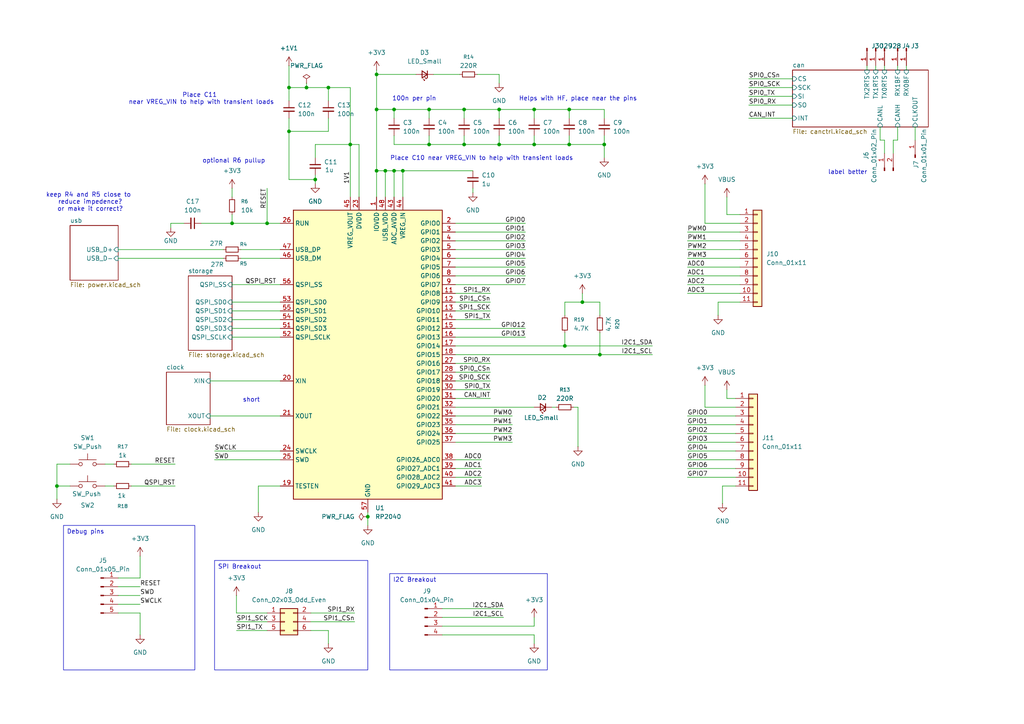
<source format=kicad_sch>
(kicad_sch (version 20250114) (generator "eeschema") (generator_version "9.0")
  (paper "A4")
  (title_block (title "PixApple") (date "2025-07-04") (rev "1"))
  (lib_symbols
    (symbol "Connector:Conn_01x01_Pin" (pin_names (offset 1.016) (hide yes))
      (property "Reference" "J" (at 0 2.54 0))
      (property "Value" "Conn_01x01_Pin" (at 0 -2.54 0))
      (symbol "Conn_01x01_Pin_1_1"
        (rectangle (start 0.8636 0.127) (end 0 -0.127) (stroke (width 0.1524)) (fill (type outline)))
        (polyline (pts (xy 1.27 0) (xy 0.8636 0)) (stroke (width 0.1524)))
        (pin passive line (at 5.08 0 180) (length 3.81) (name "Pin_1") (number "1"))
      )
    )
    (symbol "Connector:Conn_01x02_Pin" (pin_names (offset 1.016) (hide yes))
      (property "Reference" "J" (at 0 2.54 0))
      (property "Value" "Conn_01x02_Pin" (at 0 -5.08 0))
      (symbol "Conn_01x02_Pin_1_1"
        (rectangle (start 0.8636 0.127) (end 0 -0.127) (stroke (width 0.1524)) (fill (type outline)))
        (rectangle (start 0.8636 -2.413) (end 0 -2.667) (stroke (width 0.1524)) (fill (type outline)))
        (polyline (pts (xy 1.27 0) (xy 0.8636 0)) (stroke (width 0.1524)))
        (polyline (pts (xy 1.27 -2.54) (xy 0.8636 -2.54)) (stroke (width 0.1524)))
        (pin passive line (at 5.08 0 180) (length 3.81) (name "Pin_1") (number "1"))
        (pin passive line (at 5.08 -2.54 180) (length 3.81) (name "Pin_2") (number "2"))
      )
    )
    (symbol "Connector:Conn_01x04_Pin" (pin_names (offset 1.016) (hide yes))
      (property "Reference" "J" (at 0 5.08 0))
      (property "Value" "Conn_01x04_Pin" (at 0 -7.62 0))
      (symbol "Conn_01x04_Pin_1_1"
        (rectangle (start 0.8636 2.667) (end 0 2.413) (stroke (width 0.1524)) (fill (type outline)))
        (rectangle (start 0.8636 0.127) (end 0 -0.127) (stroke (width 0.1524)) (fill (type outline)))
        (rectangle (start 0.8636 -2.413) (end 0 -2.667) (stroke (width 0.1524)) (fill (type outline)))
        (rectangle (start 0.8636 -4.953) (end 0 -5.207) (stroke (width 0.1524)) (fill (type outline)))
        (polyline (pts (xy 1.27 2.54) (xy 0.8636 2.54)) (stroke (width 0.1524)))
        (polyline (pts (xy 1.27 0) (xy 0.8636 0)) (stroke (width 0.1524)))
        (polyline (pts (xy 1.27 -2.54) (xy 0.8636 -2.54)) (stroke (width 0.1524)))
        (polyline (pts (xy 1.27 -5.08) (xy 0.8636 -5.08)) (stroke (width 0.1524)))
        (pin passive line (at 5.08 2.54 180) (length 3.81) (name "Pin_1") (number "1"))
        (pin passive line (at 5.08 0 180) (length 3.81) (name "Pin_2") (number "2"))
        (pin passive line (at 5.08 -2.54 180) (length 3.81) (name "Pin_3") (number "3"))
        (pin passive line (at 5.08 -5.08 180) (length 3.81) (name "Pin_4") (number "4"))
      )
    )
    (symbol "Connector:Conn_01x05_Pin" (pin_names (offset 1.016) (hide yes))
      (property "Reference" "J" (at 0 7.62 0))
      (property "Value" "Conn_01x05_Pin" (at 0 -7.62 0))
      (symbol "Conn_01x05_Pin_1_1"
        (rectangle (start 0.8636 5.207) (end 0 4.953) (stroke (width 0.1524)) (fill (type outline)))
        (rectangle (start 0.8636 2.667) (end 0 2.413) (stroke (width 0.1524)) (fill (type outline)))
        (rectangle (start 0.8636 0.127) (end 0 -0.127) (stroke (width 0.1524)) (fill (type outline)))
        (rectangle (start 0.8636 -2.413) (end 0 -2.667) (stroke (width 0.1524)) (fill (type outline)))
        (rectangle (start 0.8636 -4.953) (end 0 -5.207) (stroke (width 0.1524)) (fill (type outline)))
        (polyline (pts (xy 1.27 5.08) (xy 0.8636 5.08)) (stroke (width 0.1524)))
        (polyline (pts (xy 1.27 2.54) (xy 0.8636 2.54)) (stroke (width 0.1524)))
        (polyline (pts (xy 1.27 0) (xy 0.8636 0)) (stroke (width 0.1524)))
        (polyline (pts (xy 1.27 -2.54) (xy 0.8636 -2.54)) (stroke (width 0.1524)))
        (polyline (pts (xy 1.27 -5.08) (xy 0.8636 -5.08)) (stroke (width 0.1524)))
        (pin passive line (at 5.08 5.08 180) (length 3.81) (name "Pin_1") (number "1"))
        (pin passive line (at 5.08 2.54 180) (length 3.81) (name "Pin_2") (number "2"))
        (pin passive line (at 5.08 0 180) (length 3.81) (name "Pin_3") (number "3"))
        (pin passive line (at 5.08 -2.54 180) (length 3.81) (name "Pin_4") (number "4"))
        (pin passive line (at 5.08 -5.08 180) (length 3.81) (name "Pin_5") (number "5"))
      )
    )
    (symbol "Connector_Generic:Conn_01x11" (pin_names (offset 1.016) (hide yes))
      (property "Reference" "J" (at 0 15.24 0))
      (property "Value" "Conn_01x11" (at 0 -15.24 0))
      (symbol "Conn_01x11_1_1"
        (rectangle (start -1.27 13.97) (end 1.27 -13.97) (stroke (width 0.254)) (fill (type background)))
        (rectangle (start -1.27 12.827) (end 0 12.573) (stroke (width 0.1524)))
        (rectangle (start -1.27 10.287) (end 0 10.033) (stroke (width 0.1524)))
        (rectangle (start -1.27 7.747) (end 0 7.493) (stroke (width 0.1524)))
        (rectangle (start -1.27 5.207) (end 0 4.953) (stroke (width 0.1524)))
        (rectangle (start -1.27 2.667) (end 0 2.413) (stroke (width 0.1524)))
        (rectangle (start -1.27 0.127) (end 0 -0.127) (stroke (width 0.1524)))
        (rectangle (start -1.27 -2.413) (end 0 -2.667) (stroke (width 0.1524)))
        (rectangle (start -1.27 -4.953) (end 0 -5.207) (stroke (width 0.1524)))
        (rectangle (start -1.27 -7.493) (end 0 -7.747) (stroke (width 0.1524)))
        (rectangle (start -1.27 -10.033) (end 0 -10.287) (stroke (width 0.1524)))
        (rectangle (start -1.27 -12.573) (end 0 -12.827) (stroke (width 0.1524)))
        (pin passive line (at -5.08 12.7 0) (length 3.81) (name "Pin_1") (number "1"))
        (pin passive line (at -5.08 10.16 0) (length 3.81) (name "Pin_2") (number "2"))
        (pin passive line (at -5.08 7.62 0) (length 3.81) (name "Pin_3") (number "3"))
        (pin passive line (at -5.08 5.08 0) (length 3.81) (name "Pin_4") (number "4"))
        (pin passive line (at -5.08 2.54 0) (length 3.81) (name "Pin_5") (number "5"))
        (pin passive line (at -5.08 0 0) (length 3.81) (name "Pin_6") (number "6"))
        (pin passive line (at -5.08 -2.54 0) (length 3.81) (name "Pin_7") (number "7"))
        (pin passive line (at -5.08 -5.08 0) (length 3.81) (name "Pin_8") (number "8"))
        (pin passive line (at -5.08 -7.62 0) (length 3.81) (name "Pin_9") (number "9"))
        (pin passive line (at -5.08 -10.16 0) (length 3.81) (name "Pin_10") (number "10"))
        (pin passive line (at -5.08 -12.7 0) (length 3.81) (name "Pin_11") (number "11"))
      )
    )
    (symbol "Connector_Generic:Conn_02x03_Odd_Even" (pin_names (offset 1.016) (hide yes))
      (property "Reference" "J" (at 1.27 5.08 0))
      (property "Value" "Conn_02x03_Odd_Even" (at 1.27 -5.08 0))
      (symbol "Conn_02x03_Odd_Even_1_1"
        (rectangle (start -1.27 3.81) (end 3.81 -3.81) (stroke (width 0.254)) (fill (type background)))
        (rectangle (start -1.27 2.667) (end 0 2.413) (stroke (width 0.1524)))
        (rectangle (start -1.27 0.127) (end 0 -0.127) (stroke (width 0.1524)))
        (rectangle (start -1.27 -2.413) (end 0 -2.667) (stroke (width 0.1524)))
        (rectangle (start 3.81 2.667) (end 2.54 2.413) (stroke (width 0.1524)))
        (rectangle (start 3.81 0.127) (end 2.54 -0.127) (stroke (width 0.1524)))
        (rectangle (start 3.81 -2.413) (end 2.54 -2.667) (stroke (width 0.1524)))
        (pin passive line (at -5.08 2.54 0) (length 3.81) (name "Pin_1") (number "1"))
        (pin passive line (at -5.08 0 0) (length 3.81) (name "Pin_3") (number "3"))
        (pin passive line (at -5.08 -2.54 0) (length 3.81) (name "Pin_5") (number "5"))
        (pin passive line (at 7.62 2.54 180) (length 3.81) (name "Pin_2") (number "2"))
        (pin passive line (at 7.62 0 180) (length 3.81) (name "Pin_4") (number "4"))
        (pin passive line (at 7.62 -2.54 180) (length 3.81) (name "Pin_6") (number "6"))
      )
    )
    (symbol "Device:C_Small" (pin_numbers (hide yes)) (pin_names (offset 0.254) (hide yes))
      (property "Reference" "C" (at 0.254 1.778 0))
      (property "Value" "C_Small" (at 0.254 -2.032 0))
      (symbol "C_Small_0_1"
        (polyline (pts (xy -1.524 0.508) (xy 1.524 0.508)) (stroke (width 0.3048)))
        (polyline (pts (xy -1.524 -0.508) (xy 1.524 -0.508)) (stroke (width 0.3302)))
      )
      (symbol "C_Small_1_1"
        (pin passive line (at 0 2.54 270) (length 2.032) (name "~") (number "1"))
        (pin passive line (at 0 -2.54 90) (length 2.032) (name "~") (number "2"))
      )
    )
    (symbol "Device:LED_Small" (pin_numbers (hide yes)) (pin_names (offset 0.254) (hide yes))
      (property "Reference" "D" (at -1.27 3.175 0))
      (property "Value" "LED_Small" (at -4.445 -2.54 0))
      (symbol "LED_Small_0_1"
        (polyline (pts (xy -0.762 -1.016) (xy -0.762 1.016)) (stroke (width 0.254)))
        (polyline (pts (xy 0 0.762) (xy -0.508 1.27) (xy -0.254 1.27) (xy -0.508 1.27) (xy -0.508 1.016)))
        (polyline (pts (xy 0.508 1.27) (xy 0 1.778) (xy 0.254 1.778) (xy 0 1.778) (xy 0 1.524)))
        (polyline (pts (xy 0.762 -1.016) (xy -0.762 0) (xy 0.762 1.016) (xy 0.762 -1.016)) (stroke (width 0.254)))
        (polyline (pts (xy 1.016 0) (xy -0.762 0)))
      )
      (symbol "LED_Small_1_1"
        (pin passive line (at -2.54 0 0) (length 1.778) (name "K") (number "1"))
        (pin passive line (at 2.54 0 180) (length 1.778) (name "A") (number "2"))
      )
    )
    (symbol "Device:R_Small" (pin_numbers (hide yes)) (pin_names (offset 0.254) (hide yes))
      (property "Reference" "R" (at 0 0 90))
      (property "Value" "R_Small" (at 1.778 0 90))
      (symbol "R_Small_0_1"
        (rectangle (start -0.762 1.778) (end 0.762 -1.778) (stroke (width 0.2032)))
      )
      (symbol "R_Small_1_1"
        (pin passive line (at 0 2.54 270) (length 0.762) (name "~") (number "1"))
        (pin passive line (at 0 -2.54 90) (length 0.762) (name "~") (number "2"))
      )
    )
    (symbol "MCU_RaspberryPi:RP2040"
      (property "Reference" "U" (at 17.78 45.72 0))
      (property "Value" "RP2040" (at 17.78 43.18 0))
      (symbol "RP2040_0_1"
        (rectangle (start -21.59 41.91) (end 21.59 -41.91) (stroke (width 0.254)) (fill (type background)))
      )
      (symbol "RP2040_1_1"
        (pin input line (at -25.4 38.1 0) (length 3.81) (name "RUN") (number "26"))
        (pin bidirectional line (at -25.4 30.48 0) (length 3.81) (name "USB_DP") (number "47"))
        (pin bidirectional line (at -25.4 27.94 0) (length 3.81) (name "USB_DM") (number "46"))
        (pin bidirectional line (at -25.4 20.32 0) (length 3.81) (name "QSPI_SS") (number "56"))
        (pin bidirectional line (at -25.4 15.24 0) (length 3.81) (name "QSPI_SD0") (number "53"))
        (pin bidirectional line (at -25.4 12.7 0) (length 3.81) (name "QSPI_SD1") (number "55"))
        (pin bidirectional line (at -25.4 10.16 0) (length 3.81) (name "QSPI_SD2") (number "54"))
        (pin bidirectional line (at -25.4 7.62 0) (length 3.81) (name "QSPI_SD3") (number "51"))
        (pin output line (at -25.4 5.08 0) (length 3.81) (name "QSPI_SCLK") (number "52"))
        (pin input line (at -25.4 -7.62 0) (length 3.81) (name "XIN") (number "20"))
        (pin passive line (at -25.4 -17.78 0) (length 3.81) (name "XOUT") (number "21"))
        (pin input line (at -25.4 -27.94 0) (length 3.81) (name "SWCLK") (number "24"))
        (pin bidirectional line (at -25.4 -30.48 0) (length 3.81) (name "SWD") (number "25"))
        (pin input line (at -25.4 -38.1 0) (length 3.81) (name "TESTEN") (number "19"))
        (pin power_out line (at -5.08 45.72 270) (length 3.81) (name "VREG_VOUT") (number "45"))
        (pin power_in line (at -2.54 45.72 270) (length 3.81) (name "DVDD") (number "23"))
        (pin passive line (at -2.54 45.72 270) (length 3.81) (hide yes) (name "DVDD") (number "50"))
        (pin power_in line (at 0 -45.72 90) (length 3.81) (name "GND") (number "57"))
        (pin power_in line (at 2.54 45.72 270) (length 3.81) (name "IOVDD") (number "1"))
        (pin passive line (at 2.54 45.72 270) (length 3.81) (hide yes) (name "IOVDD") (number "10"))
        (pin passive line (at 2.54 45.72 270) (length 3.81) (hide yes) (name "IOVDD") (number "22"))
        (pin passive line (at 2.54 45.72 270) (length 3.81) (hide yes) (name "IOVDD") (number "33"))
        (pin passive line (at 2.54 45.72 270) (length 3.81) (hide yes) (name "IOVDD") (number "42"))
        (pin passive line (at 2.54 45.72 270) (length 3.81) (hide yes) (name "IOVDD") (number "49"))
        (pin power_in line (at 5.08 45.72 270) (length 3.81) (name "USB_VDD") (number "48"))
        (pin power_in line (at 7.62 45.72 270) (length 3.81) (name "ADC_AVDD") (number "43"))
        (pin power_in line (at 10.16 45.72 270) (length 3.81) (name "VREG_IN") (number "44"))
        (pin bidirectional line (at 25.4 38.1 180) (length 3.81) (name "GPIO0") (number "2"))
        (pin bidirectional line (at 25.4 35.56 180) (length 3.81) (name "GPIO1") (number "3"))
        (pin bidirectional line (at 25.4 33.02 180) (length 3.81) (name "GPIO2") (number "4"))
        (pin bidirectional line (at 25.4 30.48 180) (length 3.81) (name "GPIO3") (number "5"))
        (pin bidirectional line (at 25.4 27.94 180) (length 3.81) (name "GPIO4") (number "6"))
        (pin bidirectional line (at 25.4 25.4 180) (length 3.81) (name "GPIO5") (number "7"))
        (pin bidirectional line (at 25.4 22.86 180) (length 3.81) (name "GPIO6") (number "8"))
        (pin bidirectional line (at 25.4 20.32 180) (length 3.81) (name "GPIO7") (number "9"))
        (pin bidirectional line (at 25.4 17.78 180) (length 3.81) (name "GPIO8") (number "11"))
        (pin bidirectional line (at 25.4 15.24 180) (length 3.81) (name "GPIO9") (number "12"))
        (pin bidirectional line (at 25.4 12.7 180) (length 3.81) (name "GPIO10") (number "13"))
        (pin bidirectional line (at 25.4 10.16 180) (length 3.81) (name "GPIO11") (number "14"))
        (pin bidirectional line (at 25.4 7.62 180) (length 3.81) (name "GPIO12") (number "15"))
        (pin bidirectional line (at 25.4 5.08 180) (length 3.81) (name "GPIO13") (number "16"))
        (pin bidirectional line (at 25.4 2.54 180) (length 3.81) (name "GPIO14") (number "17"))
        (pin bidirectional line (at 25.4 0 180) (length 3.81) (name "GPIO15") (number "18"))
        (pin bidirectional line (at 25.4 -2.54 180) (length 3.81) (name "GPIO16") (number "27"))
        (pin bidirectional line (at 25.4 -5.08 180) (length 3.81) (name "GPIO17") (number "28"))
        (pin bidirectional line (at 25.4 -7.62 180) (length 3.81) (name "GPIO18") (number "29"))
        (pin bidirectional line (at 25.4 -10.16 180) (length 3.81) (name "GPIO19") (number "30"))
        (pin bidirectional line (at 25.4 -12.7 180) (length 3.81) (name "GPIO20") (number "31"))
        (pin bidirectional line (at 25.4 -15.24 180) (length 3.81) (name "GPIO21") (number "32"))
        (pin bidirectional line (at 25.4 -17.78 180) (length 3.81) (name "GPIO22") (number "34"))
        (pin bidirectional line (at 25.4 -20.32 180) (length 3.81) (name "GPIO23") (number "35"))
        (pin bidirectional line (at 25.4 -22.86 180) (length 3.81) (name "GPIO24") (number "36"))
        (pin bidirectional line (at 25.4 -25.4 180) (length 3.81) (name "GPIO25") (number "37"))
        (pin bidirectional line (at 25.4 -30.48 180) (length 3.81) (name "GPIO26_ADC0") (number "38"))
        (pin bidirectional line (at 25.4 -33.02 180) (length 3.81) (name "GPIO27_ADC1") (number "39"))
        (pin bidirectional line (at 25.4 -35.56 180) (length 3.81) (name "GPIO28_ADC2") (number "40"))
        (pin bidirectional line (at 25.4 -38.1 180) (length 3.81) (name "GPIO29_ADC3") (number "41"))
      )
    )
    (symbol "Switch:SW_Push" (pin_numbers (hide yes)) (pin_names (offset 1.016) (hide yes))
      (property "Reference" "SW" (at 1.27 2.54 0))
      (property "Value" "SW_Push" (at 0 -1.524 0))
      (symbol "SW_Push_0_1"
        (circle (center -2.032 0) (radius 0.508))
        (polyline (pts (xy 0 1.27) (xy 0 3.048)))
        (circle (center 2.032 0) (radius 0.508))
        (polyline (pts (xy 2.54 1.27) (xy -2.54 1.27)))
        (pin passive line (at -5.08 0 0) (length 2.54) (name "1") (number "1"))
        (pin passive line (at 5.08 0 180) (length 2.54) (name "2") (number "2"))
      )
    )
    (symbol "power:+1V1" (power) (pin_numbers (hide yes)) (pin_names (offset 0) (hide yes))
      (property "Value" "+1V1" (at 0 3.556 0))
      (symbol "+1V1_0_1"
        (polyline (pts (xy -0.762 1.27) (xy 0 2.54)))
        (polyline (pts (xy 0 2.54) (xy 0.762 1.27)))
        (polyline (pts (xy 0 0) (xy 0 2.54)))
      )
      (symbol "+1V1_1_1"
        (pin power_in line (at 0 0 90) (length 0) (name "~") (number "1"))
      )
    )
    (symbol "power:+3V3" (power) (pin_numbers (hide yes)) (pin_names (offset 0) (hide yes))
      (property "Value" "+3V3" (at 0 3.556 0))
      (symbol "+3V3_0_1"
        (polyline (pts (xy -0.762 1.27) (xy 0 2.54)))
        (polyline (pts (xy 0 2.54) (xy 0.762 1.27)))
        (polyline (pts (xy 0 0) (xy 0 2.54)))
      )
      (symbol "+3V3_1_1"
        (pin power_in line (at 0 0 90) (length 0) (name "~") (number "1"))
      )
    )
    (symbol "power:GND" (power) (pin_numbers (hide yes)) (pin_names (offset 0) (hide yes))
      (property "Value" "GND" (at 0 -3.81 0))
      (symbol "GND_0_1"
        (polyline (pts (xy 0 0) (xy 0 -1.27) (xy 1.27 -1.27) (xy 0 -2.54) (xy -1.27 -1.27) (xy 0 -1.27)))
      )
      (symbol "GND_1_1"
        (pin power_in line (at 0 0 270) (length 0) (name "~") (number "1"))
      )
    )
    (symbol "power:PWR_FLAG" (power) (pin_numbers (hide yes)) (pin_names (offset 0) (hide yes))
      (property "Value" "PWR_FLAG" (at 0 3.81 0))
      (symbol "PWR_FLAG_0_0"
        (pin power_out line (at 0 0 90) (length 0) (name "~") (number "1"))
      )
      (symbol "PWR_FLAG_0_1"
        (polyline (pts (xy 0 0) (xy 0 1.27) (xy -1.016 1.905) (xy 0 2.54) (xy 1.016 1.905) (xy 0 1.27)))
      )
    )
    (symbol "power:VBUS" (power) (pin_numbers (hide yes)) (pin_names (offset 0) (hide yes))
      (property "Value" "VBUS" (at 0 3.556 0))
      (symbol "VBUS_0_1"
        (polyline (pts (xy -0.762 1.27) (xy 0 2.54)))
        (polyline (pts (xy 0 2.54) (xy 0.762 1.27)))
        (polyline (pts (xy 0 0) (xy 0 2.54)))
      )
      (symbol "VBUS_1_1"
        (pin power_in line (at 0 0 90) (length 0) (name "~") (number "1"))
      )
    )
  )
  (text "optional R6 pullup" (at 67.818 46.736 0) (effects (font (size 1.27 1.27))))
  (text "keep R4 and R5 close to \nreduce impedence?\nor make it correct?" (at 26.162 58.674 0) (effects (font (size 1.27 1.27))))
  (text "100n per pin" (at 120.142 28.702 0) (effects (font (size 1.27 1.27))))
  (text "label better" (at 245.872 50.038 0) (effects (font (size 1.27 1.27))))
  (text "Place C10 near VREG_VIN to help with transient loads" (at 139.7 45.974 0) (effects (font (size 1.27 1.27))))
  (text "Helps with HF, place near the pins" (at 167.64 28.702 0) (effects (font (size 1.27 1.27))))
  (text "short\n" (at 72.898 116.078 0) (effects (font (size 1.27 1.27))))
  (text "Place C11\n near VREG_VIN to help with transient loads" (at 57.912 28.702 0) (effects (font (size 1.27 1.27))))
  (text_box "Debug pins" (at 18.415 152.4 0) (size 38.1 41.91) (margins 0.9525 0.9525 0.9525 0.9525) (effects (font (size 1.27 1.27)) (justify left top)))
  (text_box "I2C Breakout" (at 113.03 166.37 0) (size 45.72 27.94) (margins 0.9525 0.9525 0.9525 0.9525) (effects (font (size 1.27 1.27)) (justify left top)))
  (text_box "SPI Breakout" (at 62.23 162.56 0) (size 44.45 31.75) (margins 0.9525 0.9525 0.9525 0.9525) (effects (font (size 1.27 1.27)) (justify left top)))
  (junction (at 154.94 31.75))
  (junction (at 144.78 41.91))
  (junction (at 109.22 31.75))
  (junction (at 173.99 102.87))
  (junction (at 111.76 49.53))
  (junction (at 168.91 87.63))
  (junction (at 134.62 41.91))
  (junction (at 83.82 38.1))
  (junction (at 165.1 41.91))
  (junction (at 165.1 31.75))
  (junction (at 144.78 31.75))
  (junction (at 88.9 25.4))
  (junction (at 77.47 64.77))
  (junction (at 114.3 49.53))
  (junction (at 175.26 41.91))
  (junction (at 106.68 149.86))
  (junction (at 124.46 31.75))
  (junction (at 95.25 25.4))
  (junction (at 109.22 49.53))
  (junction (at 124.46 41.91))
  (junction (at 67.31 64.77))
  (junction (at 109.22 21.59))
  (junction (at 83.82 25.4))
  (junction (at 91.44 52.07))
  (junction (at 114.3 31.75))
  (junction (at 163.83 100.33))
  (junction (at 134.62 31.75))
  (junction (at 16.51 140.97))
  (junction (at 101.6 41.91))
  (junction (at 154.94 41.91))
  (junction (at 116.84 49.53))
  (wire (pts (xy 34.29 177.8) (xy 40.64 177.8)))
  (wire (pts (xy 114.3 49.53) (xy 114.3 57.15)))
  (wire (pts (xy 132.08 100.33) (xy 163.83 100.33)))
  (wire (pts (xy 132.08 133.35) (xy 139.7 133.35)))
  (wire (pts (xy 101.6 41.91) (xy 101.6 57.15)))
  (wire (pts (xy 260.35 40.64) (xy 259.08 40.64)))
  (wire (pts (xy 175.26 34.29) (xy 175.26 31.75)))
  (wire (pts (xy 154.94 41.91) (xy 144.78 41.91)))
  (wire (pts (xy 134.62 41.91) (xy 124.46 41.91)))
  (wire (pts (xy 81.28 140.97) (xy 74.93 140.97)))
  (wire (pts (xy 154.94 31.75) (xy 144.78 31.75)))
  (wire (pts (xy 132.08 107.95) (xy 142.24 107.95)))
  (wire (pts (xy 68.58 177.8) (xy 68.58 172.72)))
  (wire (pts (xy 67.31 90.17) (xy 81.28 90.17)))
  (wire (pts (xy 104.14 57.15) (xy 104.14 41.91)))
  (wire (pts (xy 132.08 87.63) (xy 142.24 87.63)))
  (wire (pts (xy 214.63 72.39) (xy 199.39 72.39)))
  (wire (pts (xy 213.36 125.73) (xy 199.39 125.73)))
  (wire (pts (xy 256.54 40.64) (xy 256.54 44.45)))
  (wire (pts (xy 132.08 125.73) (xy 148.59 125.73)))
  (wire (pts (xy 30.48 140.97) (xy 33.02 140.97)))
  (wire (pts (xy 132.08 74.93) (xy 152.4 74.93)))
  (wire (pts (xy 214.63 67.31) (xy 199.39 67.31)))
  (wire (pts (xy 132.08 110.49) (xy 142.24 110.49)))
  (wire (pts (xy 132.08 118.11) (xy 154.94 118.11)))
  (wire (pts (xy 111.76 49.53) (xy 114.3 49.53)))
  (wire (pts (xy 16.51 134.62) (xy 16.51 140.97)))
  (wire (pts (xy 165.1 39.37) (xy 165.1 41.91)))
  (wire (pts (xy 83.82 38.1) (xy 95.25 38.1)))
  (wire (pts (xy 91.44 45.72) (xy 91.44 41.91)))
  (wire (pts (xy 40.64 177.8) (xy 40.64 184.15)))
  (wire (pts (xy 154.94 34.29) (xy 154.94 31.75)))
  (wire (pts (xy 144.78 34.29) (xy 144.78 31.75)))
  (wire (pts (xy 132.08 80.01) (xy 152.4 80.01)))
  (wire (pts (xy 163.83 87.63) (xy 168.91 87.63)))
  (wire (pts (xy 210.82 62.23) (xy 210.82 57.15)))
  (wire (pts (xy 214.63 64.77) (xy 204.47 64.77)))
  (wire (pts (xy 165.1 34.29) (xy 165.1 31.75)))
  (wire (pts (xy 67.31 62.23) (xy 67.31 64.77)))
  (wire (pts (xy 95.25 25.4) (xy 95.25 29.21)))
  (wire (pts (xy 213.36 128.27) (xy 199.39 128.27)))
  (wire (pts (xy 214.63 80.01) (xy 199.39 80.01)))
  (wire (pts (xy 109.22 49.53) (xy 109.22 57.15)))
  (wire (pts (xy 144.78 41.91) (xy 134.62 41.91)))
  (wire (pts (xy 95.25 34.29) (xy 95.25 38.1)))
  (wire (pts (xy 101.6 25.4) (xy 101.6 41.91)))
  (wire (pts (xy 69.85 72.39) (xy 81.28 72.39)))
  (wire (pts (xy 134.62 31.75) (xy 124.46 31.75)))
  (wire (pts (xy 132.08 128.27) (xy 148.59 128.27)))
  (wire (pts (xy 49.53 64.77) (xy 49.53 66.04)))
  (wire (pts (xy 165.1 41.91) (xy 154.94 41.91)))
  (wire (pts (xy 132.08 138.43) (xy 139.7 138.43)))
  (wire (pts (xy 132.08 113.03) (xy 142.24 113.03)))
  (wire (pts (xy 251.46 19.05) (xy 251.46 20.32)))
  (wire (pts (xy 175.26 41.91) (xy 175.26 45.72)))
  (wire (pts (xy 213.36 133.35) (xy 199.39 133.35)))
  (wire (pts (xy 260.35 19.05) (xy 260.35 20.32)))
  (wire (pts (xy 255.27 40.64) (xy 256.54 40.64)))
  (wire (pts (xy 69.85 74.93) (xy 81.28 74.93)))
  (wire (pts (xy 34.29 170.18) (xy 40.64 170.18)))
  (wire (pts (xy 83.82 52.07) (xy 91.44 52.07)))
  (wire (pts (xy 88.9 25.4) (xy 83.82 25.4)))
  (wire (pts (xy 83.82 25.4) (xy 83.82 29.21)))
  (wire (pts (xy 213.36 118.11) (xy 204.47 118.11)))
  (wire (pts (xy 67.31 87.63) (xy 81.28 87.63)))
  (wire (pts (xy 260.35 36.83) (xy 260.35 40.64)))
  (wire (pts (xy 83.82 34.29) (xy 83.82 38.1)))
  (wire (pts (xy 132.08 135.89) (xy 139.7 135.89)))
  (wire (pts (xy 259.08 40.64) (xy 259.08 44.45)))
  (wire (pts (xy 109.22 21.59) (xy 109.22 31.75)))
  (wire (pts (xy 132.08 85.09) (xy 142.24 85.09)))
  (wire (pts (xy 160.02 118.11) (xy 161.29 118.11)))
  (wire (pts (xy 88.9 25.4) (xy 95.25 25.4)))
  (wire (pts (xy 83.82 38.1) (xy 83.82 52.07)))
  (wire (pts (xy 109.22 31.75) (xy 109.22 49.53)))
  (wire (pts (xy 60.96 110.49) (xy 81.28 110.49)))
  (wire (pts (xy 154.94 181.61) (xy 154.94 179.07)))
  (wire (pts (xy 91.44 41.91) (xy 101.6 41.91)))
  (wire (pts (xy 137.16 49.53) (xy 116.84 49.53)))
  (wire (pts (xy 154.94 39.37) (xy 154.94 41.91)))
  (wire (pts (xy 132.08 64.77) (xy 152.4 64.77)))
  (wire (pts (xy 214.63 85.09) (xy 199.39 85.09)))
  (wire (pts (xy 74.93 140.97) (xy 74.93 148.59)))
  (wire (pts (xy 128.27 184.15) (xy 154.94 184.15)))
  (wire (pts (xy 217.17 22.86) (xy 229.87 22.86)))
  (wire (pts (xy 20.32 134.62) (xy 16.51 134.62)))
  (wire (pts (xy 213.36 115.57) (xy 210.82 115.57)))
  (wire (pts (xy 109.22 31.75) (xy 114.3 31.75)))
  (wire (pts (xy 111.76 49.53) (xy 111.76 57.15)))
  (wire (pts (xy 67.31 64.77) (xy 77.47 64.77)))
  (wire (pts (xy 132.08 120.65) (xy 148.59 120.65)))
  (wire (pts (xy 114.3 31.75) (xy 114.3 34.29)))
  (wire (pts (xy 167.64 118.11) (xy 166.37 118.11)))
  (wire (pts (xy 109.22 20.32) (xy 109.22 21.59)))
  (wire (pts (xy 214.63 74.93) (xy 199.39 74.93)))
  (wire (pts (xy 210.82 115.57) (xy 210.82 113.03)))
  (wire (pts (xy 124.46 39.37) (xy 124.46 41.91)))
  (wire (pts (xy 175.26 39.37) (xy 175.26 41.91)))
  (wire (pts (xy 132.08 115.57) (xy 142.24 115.57)))
  (wire (pts (xy 38.1 134.62) (xy 50.8 134.62)))
  (wire (pts (xy 114.3 39.37) (xy 114.3 41.91)))
  (wire (pts (xy 91.44 52.07) (xy 91.44 50.8)))
  (wire (pts (xy 213.36 123.19) (xy 199.39 123.19)))
  (wire (pts (xy 214.63 82.55) (xy 199.39 82.55)))
  (wire (pts (xy 132.08 90.17) (xy 142.24 90.17)))
  (wire (pts (xy 90.17 180.34) (xy 102.87 180.34)))
  (wire (pts (xy 95.25 182.88) (xy 95.25 186.69)))
  (wire (pts (xy 134.62 34.29) (xy 134.62 31.75)))
  (wire (pts (xy 255.27 36.83) (xy 255.27 40.64)))
  (wire (pts (xy 77.47 177.8) (xy 68.58 177.8)))
  (wire (pts (xy 38.1 140.97) (xy 50.8 140.97)))
  (wire (pts (xy 132.08 95.25) (xy 152.4 95.25)))
  (wire (pts (xy 34.29 72.39) (xy 64.77 72.39)))
  (wire (pts (xy 16.51 140.97) (xy 16.51 144.78)))
  (wire (pts (xy 217.17 30.48) (xy 229.87 30.48)))
  (wire (pts (xy 173.99 102.87) (xy 189.23 102.87)))
  (wire (pts (xy 67.31 82.55) (xy 81.28 82.55)))
  (wire (pts (xy 204.47 64.77) (xy 204.47 53.34)))
  (wire (pts (xy 34.29 175.26) (xy 40.64 175.26)))
  (wire (pts (xy 209.55 140.97) (xy 209.55 146.05)))
  (wire (pts (xy 62.23 133.35) (xy 81.28 133.35)))
  (wire (pts (xy 138.43 21.59) (xy 144.78 21.59)))
  (wire (pts (xy 34.29 167.64) (xy 40.64 167.64)))
  (wire (pts (xy 217.17 25.4) (xy 229.87 25.4)))
  (wire (pts (xy 254 19.05) (xy 254 20.32)))
  (wire (pts (xy 132.08 92.71) (xy 142.24 92.71)))
  (wire (pts (xy 132.08 102.87) (xy 173.99 102.87)))
  (wire (pts (xy 106.68 149.86) (xy 106.68 152.4)))
  (wire (pts (xy 163.83 91.44) (xy 163.83 87.63)))
  (wire (pts (xy 132.08 105.41) (xy 142.24 105.41)))
  (wire (pts (xy 91.44 52.07) (xy 91.44 53.34)))
  (wire (pts (xy 173.99 96.52) (xy 173.99 102.87)))
  (wire (pts (xy 137.16 54.61) (xy 137.16 55.88)))
  (wire (pts (xy 175.26 41.91) (xy 165.1 41.91)))
  (wire (pts (xy 262.89 19.05) (xy 262.89 20.32)))
  (wire (pts (xy 132.08 140.97) (xy 139.7 140.97)))
  (wire (pts (xy 128.27 181.61) (xy 154.94 181.61)))
  (wire (pts (xy 77.47 54.61) (xy 77.47 64.77)))
  (wire (pts (xy 49.53 64.77) (xy 53.34 64.77)))
  (wire (pts (xy 90.17 177.8) (xy 102.87 177.8)))
  (wire (pts (xy 68.58 180.34) (xy 77.47 180.34)))
  (wire (pts (xy 154.94 184.15) (xy 154.94 186.69)))
  (wire (pts (xy 20.32 140.97) (xy 16.51 140.97)))
  (wire (pts (xy 77.47 64.77) (xy 81.28 64.77)))
  (wire (pts (xy 167.64 118.11) (xy 167.64 129.54)))
  (wire (pts (xy 208.28 87.63) (xy 208.28 91.44)))
  (wire (pts (xy 214.63 62.23) (xy 210.82 62.23)))
  (wire (pts (xy 168.91 87.63) (xy 168.91 85.09)))
  (wire (pts (xy 90.17 182.88) (xy 95.25 182.88)))
  (wire (pts (xy 132.08 97.79) (xy 152.4 97.79)))
  (wire (pts (xy 106.68 148.59) (xy 106.68 149.86)))
  (wire (pts (xy 217.17 34.29) (xy 229.87 34.29)))
  (wire (pts (xy 67.31 92.71) (xy 81.28 92.71)))
  (wire (pts (xy 124.46 31.75) (xy 114.3 31.75)))
  (wire (pts (xy 132.08 77.47) (xy 152.4 77.47)))
  (wire (pts (xy 214.63 77.47) (xy 199.39 77.47)))
  (wire (pts (xy 213.36 140.97) (xy 209.55 140.97)))
  (wire (pts (xy 213.36 138.43) (xy 199.39 138.43)))
  (wire (pts (xy 34.29 172.72) (xy 40.64 172.72)))
  (wire (pts (xy 132.08 123.19) (xy 148.59 123.19)))
  (wire (pts (xy 217.17 27.94) (xy 229.87 27.94)))
  (wire (pts (xy 132.08 69.85) (xy 152.4 69.85)))
  (wire (pts (xy 144.78 39.37) (xy 144.78 41.91)))
  (wire (pts (xy 101.6 25.4) (xy 95.25 25.4)))
  (wire (pts (xy 214.63 87.63) (xy 208.28 87.63)))
  (wire (pts (xy 83.82 19.05) (xy 83.82 25.4)))
  (wire (pts (xy 213.36 120.65) (xy 199.39 120.65)))
  (wire (pts (xy 30.48 134.62) (xy 33.02 134.62)))
  (wire (pts (xy 104.14 41.91) (xy 101.6 41.91)))
  (wire (pts (xy 132.08 67.31) (xy 152.4 67.31)))
  (wire (pts (xy 134.62 39.37) (xy 134.62 41.91)))
  (wire (pts (xy 256.54 19.05) (xy 256.54 20.32)))
  (wire (pts (xy 60.96 120.65) (xy 81.28 120.65)))
  (wire (pts (xy 34.29 74.93) (xy 64.77 74.93)))
  (wire (pts (xy 165.1 31.75) (xy 154.94 31.75)))
  (wire (pts (xy 67.31 54.61) (xy 67.31 57.15)))
  (wire (pts (xy 67.31 97.79) (xy 81.28 97.79)))
  (wire (pts (xy 67.31 95.25) (xy 81.28 95.25)))
  (wire (pts (xy 144.78 31.75) (xy 134.62 31.75)))
  (wire (pts (xy 109.22 21.59) (xy 120.65 21.59)))
  (wire (pts (xy 124.46 34.29) (xy 124.46 31.75)))
  (wire (pts (xy 132.08 72.39) (xy 152.4 72.39)))
  (wire (pts (xy 40.64 167.64) (xy 40.64 161.29)))
  (wire (pts (xy 62.23 130.81) (xy 81.28 130.81)))
  (wire (pts (xy 128.27 179.07) (xy 146.05 179.07)))
  (wire (pts (xy 124.46 41.91) (xy 114.3 41.91)))
  (wire (pts (xy 58.42 64.77) (xy 67.31 64.77)))
  (wire (pts (xy 144.78 21.59) (xy 144.78 24.13)))
  (wire (pts (xy 125.73 21.59) (xy 133.35 21.59)))
  (wire (pts (xy 163.83 100.33) (xy 189.23 100.33)))
  (wire (pts (xy 116.84 49.53) (xy 116.84 57.15)))
  (wire (pts (xy 265.43 36.83) (xy 265.43 40.64)))
  (wire (pts (xy 204.47 118.11) (xy 204.47 111.76)))
  (wire (pts (xy 128.27 176.53) (xy 146.05 176.53)))
  (wire (pts (xy 163.83 96.52) (xy 163.83 100.33)))
  (wire (pts (xy 175.26 31.75) (xy 165.1 31.75)))
  (wire (pts (xy 214.63 69.85) (xy 199.39 69.85)))
  (wire (pts (xy 213.36 135.89) (xy 199.39 135.89)))
  (wire (pts (xy 213.36 130.81) (xy 199.39 130.81)))
  (wire (pts (xy 88.9 24.13) (xy 88.9 25.4)))
  (wire (pts (xy 173.99 91.44) (xy 173.99 87.63)))
  (wire (pts (xy 132.08 82.55) (xy 152.4 82.55)))
  (wire (pts (xy 114.3 49.53) (xy 116.84 49.53)))
  (wire (pts (xy 173.99 87.63) (xy 168.91 87.63)))
  (wire (pts (xy 68.58 182.88) (xy 77.47 182.88)))
  (wire (pts (xy 109.22 49.53) (xy 111.76 49.53)))
  (label "SPI1_TX" (at 68.58 182.88 0))
  (label "SPI1_TX" (at 142.24 92.71 180))
  (label "GPIO0" (at 152.4 64.77 180))
  (label "PWM0" (at 199.39 67.31 0))
  (label "ADC3" (at 199.39 85.09 0))
  (label "PWM0" (at 148.59 120.65 180))
  (label "PWM1" (at 148.59 123.19 180))
  (label "GPIO5" (at 199.39 133.35 0))
  (label "I2C1_SCL" (at 189.23 102.87 180))
  (label "GPIO2" (at 152.4 69.85 180))
  (label "GPIO3" (at 199.39 128.27 0))
  (label "ADC3" (at 139.7 140.97 180))
  (label "GPIO13" (at 152.4 97.79 180))
  (label "PWM2" (at 199.39 72.39 0))
  (label "I2C1_SDA" (at 146.05 176.53 180))
  (label "SPI1_SCK" (at 142.24 90.17 180))
  (label "SPI1_RX" (at 102.87 177.8 180))
  (label "GPIO4" (at 152.4 74.93 180))
  (label "QSPI_RST" (at 50.8 140.97 180))
  (label "ADC0" (at 139.7 133.35 180))
  (label "GPIO2" (at 199.39 125.73 0))
  (label "SPI0_TX" (at 217.17 27.94 0))
  (label "GPIO12" (at 152.4 95.25 180))
  (label "SPI0_SCK" (at 217.17 25.4 0))
  (label "SPI0_TX" (at 142.24 113.03 180))
  (label "RESET" (at 40.64 170.18 0))
  (label "GPIO7" (at 199.39 138.43 0))
  (label "ADC2" (at 139.7 138.43 180))
  (label "SPI0_CSn" (at 217.17 22.86 0))
  (label "SPI0_RX" (at 217.17 30.48 0))
  (label "SWD" (at 62.23 133.35 0))
  (label "RESET" (at 77.47 54.61 270))
  (label "1V1" (at 101.6 53.34 90))
  (label "PWM1" (at 199.39 69.85 0))
  (label "GPIO4" (at 199.39 130.81 0))
  (label "GPIO3" (at 152.4 72.39 180))
  (label "SWCLK" (at 40.64 175.26 0))
  (label "SPI1_CSn" (at 102.87 180.34 180))
  (label "GPIO5" (at 152.4 77.47 180))
  (label "SPI0_CSn" (at 142.24 107.95 180))
  (label "SWD" (at 40.64 172.72 0))
  (label "I2C1_SDA" (at 189.23 100.33 180))
  (label "ADC2" (at 199.39 82.55 0))
  (label "SPI1_RX" (at 142.24 85.09 180))
  (label "GPIO1" (at 199.39 123.19 0))
  (label "ADC0" (at 199.39 77.47 0))
  (label "SPI0_SCK" (at 142.24 110.49 180))
  (label "CAN_INT" (at 142.24 115.57 180))
  (label "RESET" (at 50.8 134.62 180))
  (label "GPIO1" (at 152.4 67.31 180))
  (label "SWCLK" (at 62.23 130.81 0))
  (label "PWM2" (at 148.59 125.73 180))
  (label "ADC1" (at 139.7 135.89 180))
  (label "GPIO6" (at 199.39 135.89 0))
  (label "QSPI_RST" (at 71.12 82.55 0))
  (label "GPIO7" (at 152.4 82.55 180))
  (label "I2C1_SCL" (at 146.05 179.07 180))
  (label "SPI1_CSn" (at 142.24 87.63 180))
  (label "GPIO0" (at 199.39 120.65 0))
  (label "CAN_INT" (at 217.17 34.29 0))
  (label "SPI0_RX" (at 142.24 105.41 180))
  (label "ADC1" (at 199.39 80.01 0))
  (label "PWM3" (at 199.39 74.93 0))
  (label "SPI1_SCK" (at 68.58 180.34 0))
  (label "GPIO6" (at 152.4 80.01 180))
  (label "PWM3" (at 148.59 128.27 180))
  (symbol (lib_id "power:PWR_FLAG") (at 106.68 149.86 90) (unit 1)
    (property "Reference" "#FLG03" (effects (hide yes)))
    (property "Value" "PWR_FLAG" (at 102.87 149.8599 90) (effects (justify left)))
    (property "Description" "Special symbol for telling ERC where power comes from" (effects (hide yes)))
  )
  (symbol (lib_id "Device:C_Small") (at 175.26 36.83 0) (unit 1)
    (property "Reference" "C9" (at 177.8 35.5662 0) (effects (justify left)))
    (property "Value" "100n" (at 177.8 38.1062 0) (effects (justify left)))
    (property "Footprint" "Capacitor_SMD:C_0603_1608Metric_Pad1.08x0.95mm_HandSolder" (effects (hide yes)))
    (property "Description" "Unpolarized capacitor, small symbol" (effects (hide yes)))
  )
  (symbol (lib_id "Device:C_Small") (at 137.16 52.07 0) (unit 1)
    (property "Reference" "C10" (at 139.7 50.8062 0) (effects (justify left)))
    (property "Value" "1u" (at 139.7 53.3462 0) (effects (justify left)))
    (property "Footprint" "Capacitor_SMD:C_0603_1608Metric_Pad1.08x0.95mm_HandSolder" (effects (hide yes)))
    (property "Description" "Unpolarized capacitor, small symbol" (effects (hide yes)))
  )
  (symbol (lib_id "power:GND") (at 154.94 186.69 0) (unit 1)
    (property "Reference" "#PWR044" (effects (hide yes)))
    (property "Value" "GND" (at 154.94 191.77 0))
    (property "Description" "Power symbol creates a global label with name \"GND\" , ground" (effects (hide yes)))
  )
  (symbol (lib_id "power:+3V3") (at 168.91 85.09 0) (unit 1)
    (property "Reference" "#PWR054" (effects (hide yes)))
    (property "Value" "+3V3" (at 168.91 80.01 0))
    (property "Description" "Power symbol creates a global label with name \"+3V3\"" (effects (hide yes)))
  )
  (symbol (lib_id "Device:R_Small") (at 67.31 59.69 0) (unit 1)
    (property "Reference" "R6" (at 69.85 58.4199 0) (effects (font (size 1.016 1.016)) (justify left)))
    (property "Value" "10k" (at 69.85 60.9599 0) (effects (justify left)))
    (property "Footprint" "Resistor_SMD:R_0603_1608Metric_Pad0.98x0.95mm_HandSolder" (effects (hide yes)))
    (property "Description" "Resistor, small symbol" (effects (hide yes)))
  )
  (symbol (lib_id "Device:C_Small") (at 154.94 36.83 0) (unit 1)
    (property "Reference" "C7" (at 157.48 35.5662 0) (effects (justify left)))
    (property "Value" "100n" (at 157.48 38.1062 0) (effects (justify left)))
    (property "Footprint" "Capacitor_SMD:C_0603_1608Metric_Pad1.08x0.95mm_HandSolder" (effects (hide yes)))
    (property "Description" "Unpolarized capacitor, small symbol" (effects (hide yes)))
  )
  (symbol (lib_id "power:GND") (at 49.53 66.04 0) (unit 1)
    (property "Reference" "#PWR04" (effects (hide yes)))
    (property "Value" "GND" (at 49.53 69.85 0))
    (property "Description" "Power symbol creates a global label with name \"GND\" , ground" (effects (hide yes)))
  )
  (symbol (lib_id "Device:R_Small") (at 173.99 93.98 180) (unit 1)
    (property "Reference" "R20" (at 179.07 93.98 90) (effects (font (size 1.016 1.016))))
    (property "Value" "4.7K" (at 176.53 93.98 90))
    (property "Footprint" "Resistor_SMD:R_0603_1608Metric_Pad0.98x0.95mm_HandSolder" (effects (hide yes)))
    (property "Description" "Resistor, small symbol" (effects (hide yes)))
  )
  (symbol (lib_id "Device:C_Small") (at 124.46 36.83 0) (unit 1)
    (property "Reference" "C4" (at 127 35.5662 0) (effects (justify left)))
    (property "Value" "100n" (at 127 38.1062 0) (effects (justify left)))
    (property "Footprint" "Capacitor_SMD:C_0603_1608Metric_Pad1.08x0.95mm_HandSolder" (effects (hide yes)))
    (property "Description" "Unpolarized capacitor, small symbol" (effects (hide yes)))
  )
  (symbol (lib_id "Device:R_Small") (at 135.89 21.59 90) (unit 1)
    (property "Reference" "R14" (at 135.89 16.51 90) (effects (font (size 1.016 1.016))))
    (property "Value" "220R" (at 135.89 19.05 90))
    (property "Footprint" "Resistor_SMD:R_0603_1608Metric_Pad0.98x0.95mm_HandSolder" (effects (hide yes)))
    (property "Description" "Resistor, small symbol" (effects (hide yes)))
  )
  (symbol (lib_id "power:GND") (at 16.51 144.78 0) (unit 1)
    (property "Reference" "#PWR023" (effects (hide yes)))
    (property "Value" "GND" (at 16.51 149.86 0))
    (property "Description" "Power symbol creates a global label with name \"GND\" , ground" (effects (hide yes)))
  )
  (symbol (lib_id "Device:R_Small") (at 67.31 74.93 270) (unit 1)
    (property "Reference" "R5" (at 70.612 76.454 90) (effects (font (size 1.016 1.016))))
    (property "Value" "27R" (at 62.992 76.708 90))
    (property "Footprint" "Resistor_SMD:R_0603_1608Metric_Pad0.98x0.95mm_HandSolder" (effects (hide yes)))
    (property "Description" "Resistor, small symbol" (effects (hide yes)))
  )
  (symbol (lib_id "Connector:Conn_01x04_Pin") (at 123.19 179.07 0) (unit 1)
    (property "Reference" "J9" (at 123.825 171.45 0))
    (property "Value" "Conn_01x04_Pin" (at 123.825 173.99 0))
    (property "Footprint" "Connector_PinHeader_2.54mm:PinHeader_1x04_P2.54mm_Vertical" (effects (hide yes)))
    (property "Description" "Generic connector, single row, 01x04, script generated" (effects (hide yes)))
  )
  (symbol (lib_id "Connector:Conn_01x01_Pin") (at 251.46 13.97 270) (unit 1)
    (property "Reference" "J30" (at 252.73 13.3349 90) (effects (justify left)))
    (property "Value" "Conn_01x01_Pin" (effects (hide yes)))
    (property "Footprint" "TestPoint:TestPoint_Pad_1.0x1.0mm" (effects (hide yes)))
    (property "Description" "Generic connector, single row, 01x01, script generated" (effects (hide yes)))
  )
  (symbol (lib_id "Device:C_Small") (at 165.1 36.83 0) (unit 1)
    (property "Reference" "C8" (at 167.64 35.5662 0) (effects (justify left)))
    (property "Value" "100n" (at 167.64 38.1062 0) (effects (justify left)))
    (property "Footprint" "Capacitor_SMD:C_0603_1608Metric_Pad1.08x0.95mm_HandSolder" (effects (hide yes)))
    (property "Description" "Unpolarized capacitor, small symbol" (effects (hide yes)))
  )
  (symbol (lib_id "Connector_Generic:Conn_01x11") (at 219.71 74.93 0) (unit 1)
    (property "Reference" "J10" (at 222.25 73.6599 0) (effects (justify left)))
    (property "Value" "Conn_01x11" (at 222.25 76.1999 0) (effects (justify left)))
    (property "Footprint" "Connector_PinHeader_2.54mm:PinHeader_1x11_P2.54mm_Vertical" (effects (hide yes)))
    (property "Description" "Generic connector, single row, 01x11, script generated (kicad-library-utils/schlib/autogen/connector/)" (effects (hide yes)))
  )
  (symbol (lib_id "Connector:Conn_01x01_Pin") (at 265.43 45.72 90) (unit 1)
    (property "Reference" "J7" (at 265.684 47.752 0))
    (property "Value" "Conn_01x01_Pin" (at 267.97 45.212 0))
    (property "Footprint" "TestPoint:TestPoint_Pad_1.0x1.0mm" (effects (hide yes)))
    (property "Description" "Generic connector, single row, 01x01, script generated" (effects (hide yes)))
  )
  (symbol (lib_id "power:GND") (at 209.55 146.05 0) (unit 1)
    (property "Reference" "#PWR024" (effects (hide yes)))
    (property "Value" "GND" (at 209.55 151.13 0))
    (property "Description" "Power symbol creates a global label with name \"GND\" , ground" (effects (hide yes)))
  )
  (symbol (lib_id "power:+3V3") (at 68.58 172.72 0) (unit 1)
    (property "Reference" "#PWR043" (effects (hide yes)))
    (property "Value" "+3V3" (at 68.58 167.64 0))
    (property "Description" "Power symbol creates a global label with name \"+3V3\"" (effects (hide yes)))
  )
  (symbol (lib_id "power:+3V3") (at 67.31 54.61 0) (unit 1)
    (property "Reference" "#PWR027" (effects (hide yes)))
    (property "Value" "+3V3" (at 67.31 49.53 0))
    (property "Description" "Power symbol creates a global label with name \"+3V3\"" (effects (hide yes)))
  )
  (symbol (lib_id "Connector_Generic:Conn_01x11") (at 218.44 128.27 0) (unit 1)
    (property "Reference" "J11" (at 220.98 126.9999 0) (effects (justify left)))
    (property "Value" "Conn_01x11" (at 220.98 129.5399 0) (effects (justify left)))
    (property "Footprint" "Connector_PinHeader_2.54mm:PinHeader_1x11_P2.54mm_Vertical" (effects (hide yes)))
    (property "Description" "Generic connector, single row, 01x11, script generated (kicad-library-utils/schlib/autogen/connector/)" (effects (hide yes)))
  )
  (symbol (lib_id "power:GND") (at 74.93 148.59 0) (unit 1)
    (property "Reference" "#PWR02" (effects (hide yes)))
    (property "Value" "GND" (at 74.93 153.67 0))
    (property "Description" "Power symbol creates a global label with name \"GND\" , ground" (effects (hide yes)))
  )
  (symbol (lib_id "power:GND") (at 106.68 152.4 0) (unit 1)
    (property "Reference" "#PWR01" (effects (hide yes)))
    (property "Value" "GND" (at 106.68 157.48 0))
    (property "Description" "Power symbol creates a global label with name \"GND\" , ground" (effects (hide yes)))
  )
  (symbol (lib_id "MCU_RaspberryPi:RP2040") (at 106.68 102.87 0) (unit 1)
    (property "Reference" "U1" (at 108.8233 147.32 0) (effects (justify left)))
    (property "Value" "RP2040" (at 108.8233 149.86 0) (effects (justify left)))
    (property "Footprint" "Package_DFN_QFN:QFN-56-1EP_7x7mm_P0.4mm_EP3.2x3.2mm" (effects (hide yes)))
    (property "Datasheet" "https://datasheets.raspberrypi.com/rp2040/rp2040-datasheet.pdf" (effects (hide yes)))
    (property "Description" "A microcontroller by Raspberry Pi" (effects (hide yes)))
  )
  (symbol (lib_id "Device:R_Small") (at 67.31 72.39 90) (unit 1)
    (property "Reference" "R4" (at 70.612 70.866 90) (effects (font (size 1.016 1.016))))
    (property "Value" "27R" (at 62.738 70.612 90))
    (property "Footprint" "Resistor_SMD:R_0603_1608Metric_Pad0.98x0.95mm_HandSolder" (effects (hide yes)))
    (property "Description" "Resistor, small symbol" (effects (hide yes)))
  )
  (symbol (lib_id "Device:LED_Small") (at 123.19 21.59 180) (unit 1)
    (property "Reference" "D3" (at 123.1265 15.24 0))
    (property "Value" "LED_Small" (at 123.1265 17.78 0))
    (property "Footprint" "LED_SMD:LED_0603_1608Metric_Pad1.05x0.95mm_HandSolder" (effects (hide yes)))
    (property "Description" "Light emitting diode, small symbol" (effects (hide yes)))
    (property "Sim.Pin" "1=K 2=A" (effects (hide yes)))
  )
  (symbol (lib_id "power:GND") (at 40.64 184.15 0) (unit 1)
    (property "Reference" "#PWR025" (effects (hide yes)))
    (property "Value" "GND" (at 40.64 189.23 0))
    (property "Description" "Power symbol creates a global label with name \"GND\" , ground" (effects (hide yes)))
  )
  (symbol (lib_id "power:PWR_FLAG") (at 88.9 24.13 0) (unit 1)
    (property "Reference" "#FLG02" (effects (hide yes)))
    (property "Value" "PWR_FLAG" (at 88.9 19.05 0))
    (property "Description" "Special symbol for telling ERC where power comes from" (effects (hide yes)))
  )
  (symbol (lib_id "Device:C_Small") (at 55.88 64.77 270) (unit 1)
    (property "Reference" "C17" (at 55.8736 58.42 90))
    (property "Value" "100n" (at 55.8736 60.96 90))
    (property "Footprint" "Capacitor_SMD:C_0603_1608Metric_Pad1.08x0.95mm_HandSolder" (effects (hide yes)))
    (property "Description" "Unpolarized capacitor, small symbol" (effects (hide yes)))
  )
  (symbol (lib_id "Device:C_Small") (at 83.82 31.75 0) (unit 1)
    (property "Reference" "C12" (at 86.36 30.4862 0) (effects (justify left)))
    (property "Value" "100n" (at 86.36 33.0262 0) (effects (justify left)))
    (property "Footprint" "Capacitor_SMD:C_0603_1608Metric_Pad1.08x0.95mm_HandSolder" (effects (hide yes)))
    (property "Description" "Unpolarized capacitor, small symbol" (effects (hide yes)))
  )
  (symbol (lib_id "Device:R_Small") (at 35.56 140.97 90) (unit 1)
    (property "Reference" "R18" (at 35.56 146.812 90) (effects (font (size 1.016 1.016))))
    (property "Value" "1k" (at 35.306 143.764 90))
    (property "Footprint" "Resistor_SMD:R_0603_1608Metric_Pad0.98x0.95mm_HandSolder" (effects (hide yes)))
    (property "Description" "Resistor, small symbol" (effects (hide yes)))
  )
  (symbol (lib_id "power:+3V3") (at 154.94 179.07 0) (unit 1)
    (property "Reference" "#PWR045" (effects (hide yes)))
    (property "Value" "+3V3" (at 154.94 173.99 0))
    (property "Description" "Power symbol creates a global label with name \"+3V3\"" (effects (hide yes)))
  )
  (symbol (lib_id "Connector:Conn_01x01_Pin") (at 254 13.97 270) (unit 1)
    (property "Reference" "J29" (at 255.27 13.3349 90) (effects (justify left)))
    (property "Value" "Conn_01x01_Pin" (effects (hide yes)))
    (property "Footprint" "TestPoint:TestPoint_Pad_1.0x1.0mm" (effects (hide yes)))
    (property "Description" "Generic connector, single row, 01x01, script generated" (effects (hide yes)))
  )
  (symbol (lib_id "Connector:Conn_01x01_Pin") (at 256.54 13.97 270) (unit 1)
    (property "Reference" "J28" (at 257.81 13.3349 90) (effects (justify left)))
    (property "Value" "Conn_01x01_Pin" (effects (hide yes)))
    (property "Footprint" "TestPoint:TestPoint_Pad_1.0x1.0mm" (effects (hide yes)))
    (property "Description" "Generic connector, single row, 01x01, script generated" (effects (hide yes)))
  )
  (symbol (lib_id "Device:R_Small") (at 35.56 134.62 90) (unit 1)
    (property "Reference" "R17" (at 35.56 129.54 90) (effects (font (size 1.016 1.016))))
    (property "Value" "1k" (at 35.56 132.08 90))
    (property "Footprint" "Resistor_SMD:R_0603_1608Metric_Pad0.98x0.95mm_HandSolder" (effects (hide yes)))
    (property "Description" "Resistor, small symbol" (effects (hide yes)))
  )
  (symbol (lib_id "Connector:Conn_01x01_Pin") (at 262.89 13.97 270) (unit 1)
    (property "Reference" "J3" (at 264.16 13.3349 90) (effects (justify left)))
    (property "Value" "Conn_01x01_Pin" (effects (hide yes)))
    (property "Footprint" "TestPoint:TestPoint_Pad_1.0x1.0mm" (effects (hide yes)))
    (property "Description" "Generic connector, single row, 01x01, script generated" (effects (hide yes)))
  )
  (symbol (lib_id "Device:C_Small") (at 95.25 31.75 0) (unit 1)
    (property "Reference" "C13" (at 97.79 30.4862 0) (effects (justify left)))
    (property "Value" "100n" (at 97.79 33.0262 0) (effects (justify left)))
    (property "Footprint" "Capacitor_SMD:C_0603_1608Metric_Pad1.08x0.95mm_HandSolder" (effects (hide yes)))
    (property "Description" "Unpolarized capacitor, small symbol" (effects (hide yes)))
  )
  (symbol (lib_id "Switch:SW_Push") (at 25.4 140.97 0) (unit 1)
    (property "Reference" "SW2" (at 25.4 146.558 0))
    (property "Value" "SW_Push" (at 25.146 143.256 0))
    (property "Footprint" "Button_Switch_THT:SW_PUSH_6mm" (effects (hide yes)))
    (property "Description" "Push button switch, generic, two pins" (effects (hide yes)))
  )
  (symbol (lib_id "Switch:SW_Push") (at 25.4 134.62 0) (unit 1)
    (property "Reference" "SW1" (at 25.4 127 0))
    (property "Value" "SW_Push" (at 25.4 129.54 0))
    (property "Footprint" "Button_Switch_THT:SW_PUSH_6mm" (effects (hide yes)))
    (property "Description" "Push button switch, generic, two pins" (effects (hide yes)))
  )
  (symbol (lib_id "Connector_Generic:Conn_02x03_Odd_Even") (at 82.55 180.34 0) (unit 1)
    (property "Reference" "J8" (at 83.82 171.45 0))
    (property "Value" "Conn_02x03_Odd_Even" (at 83.82 173.99 0))
    (property "Footprint" "Connector_PinHeader_2.54mm:PinHeader_2x03_P2.54mm_Vertical" (effects (hide yes)))
    (property "Description" "Generic connector, double row, 02x03, odd/even pin numbering scheme (row 1 odd numbers, row 2 even numbers), script generated (kicad-library-utils/schlib/autogen/connector/)" (effects (hide yes)))
  )
  (symbol (lib_id "power:GND") (at 144.78 24.13 0) (unit 1)
    (property "Reference" "#PWR021" (effects (hide yes)))
    (property "Value" "GND" (at 144.78 29.21 0))
    (property "Description" "Power symbol creates a global label with name \"GND\" , ground" (effects (hide yes)))
  )
  (symbol (lib_id "Device:C_Small") (at 91.44 48.26 0) (unit 1)
    (property "Reference" "C11" (at 93.98 46.99 0) (effects (justify left)))
    (property "Value" "1u" (at 94.234 49.276 0) (effects (justify left)))
    (property "Footprint" "Capacitor_SMD:C_0603_1608Metric_Pad1.08x0.95mm_HandSolder" (effects (hide yes)))
    (property "Description" "Unpolarized capacitor, small symbol" (effects (hide yes)))
  )
  (symbol (lib_id "power:GND") (at 95.25 186.69 0) (unit 1)
    (property "Reference" "#PWR042" (effects (hide yes)))
    (property "Value" "GND" (at 95.25 191.77 0))
    (property "Description" "Power symbol creates a global label with name \"GND\" , ground" (effects (hide yes)))
  )
  (symbol (lib_id "power:+3V3") (at 204.47 53.34 0) (unit 1)
    (property "Reference" "#PWR048" (effects (hide yes)))
    (property "Value" "+3V3" (at 204.47 48.26 0))
    (property "Description" "Power symbol creates a global label with name \"+3V3\"" (effects (hide yes)))
  )
  (symbol (lib_id "power:GND") (at 137.16 55.88 0) (unit 1)
    (property "Reference" "#PWR08" (effects (hide yes)))
    (property "Value" "GND" (at 137.16 60.96 0))
    (property "Description" "Power symbol creates a global label with name \"GND\" , ground" (effects (hide yes)))
  )
  (symbol (lib_id "power:GND") (at 175.26 45.72 0) (unit 1)
    (property "Reference" "#PWR011" (effects (hide yes)))
    (property "Value" "GND" (at 175.26 50.8 0))
    (property "Description" "Power symbol creates a global label with name \"GND\" , ground" (effects (hide yes)))
  )
  (symbol (lib_id "power:GND") (at 208.28 91.44 0) (unit 1)
    (property "Reference" "#PWR047" (effects (hide yes)))
    (property "Value" "GND" (at 208.28 96.52 0))
    (property "Description" "Power symbol creates a global label with name \"GND\" , ground" (effects (hide yes)))
  )
  (symbol (lib_id "Connector:Conn_01x02_Pin") (at 256.54 49.53 90) (unit 1)
    (property "Reference" "J6" (at 251.206 43.942 0) (effects (justify right)))
    (property "Value" "Conn_01x02_Pin" (at 253.492 37.338 0) (effects (justify right)))
    (property "Footprint" "Connector_PinHeader_2.54mm:PinHeader_1x02_P2.54mm_Vertical" (effects (hide yes)))
    (property "Description" "Generic connector, single row, 01x02, script generated" (effects (hide yes)))
  )
  (symbol (lib_id "Device:R_Small") (at 163.83 118.11 270) (unit 1)
    (property "Reference" "R13" (at 163.83 113.03 90) (effects (font (size 1.016 1.016))))
    (property "Value" "220R" (at 163.83 115.57 90))
    (property "Footprint" "Resistor_SMD:R_0603_1608Metric_Pad0.98x0.95mm_HandSolder" (effects (hide yes)))
    (property "Description" "Resistor, small symbol" (effects (hide yes)))
  )
  (symbol (lib_id "Device:C_Small") (at 134.62 36.83 0) (unit 1)
    (property "Reference" "C5" (at 137.16 35.5662 0) (effects (justify left)))
    (property "Value" "100n" (at 137.16 38.1062 0) (effects (justify left)))
    (property "Footprint" "Capacitor_SMD:C_0603_1608Metric_Pad1.08x0.95mm_HandSolder" (effects (hide yes)))
    (property "Description" "Unpolarized capacitor, small symbol" (effects (hide yes)))
  )
  (symbol (lib_id "Device:C_Small") (at 144.78 36.83 0) (unit 1)
    (property "Reference" "C6" (at 147.32 35.5662 0) (effects (justify left)))
    (property "Value" "100n" (at 147.32 38.1062 0) (effects (justify left)))
    (property "Footprint" "Capacitor_SMD:C_0603_1608Metric_Pad1.08x0.95mm_HandSolder" (effects (hide yes)))
    (property "Description" "Unpolarized capacitor, small symbol" (effects (hide yes)))
  )
  (symbol (lib_id "power:+1V1") (at 83.82 19.05 0) (unit 1)
    (property "Reference" "#PWR010" (effects (hide yes)))
    (property "Value" "+1V1" (at 83.82 13.97 0))
    (property "Description" "Power symbol creates a global label with name \"+1V1\"" (effects (hide yes)))
  )
  (symbol (lib_id "Device:R_Small") (at 163.83 93.98 0) (unit 1)
    (property "Reference" "R19" (at 166.37 92.7099 0) (effects (font (size 1.016 1.016)) (justify left)))
    (property "Value" "4.7K" (at 166.37 95.2499 0) (effects (justify left)))
    (property "Footprint" "Resistor_SMD:R_0603_1608Metric_Pad0.98x0.95mm_HandSolder" (effects (hide yes)))
    (property "Description" "Resistor, small symbol" (effects (hide yes)))
  )
  (symbol (lib_id "Connector:Conn_01x05_Pin") (at 29.21 172.72 0) (unit 1)
    (property "Reference" "J5" (at 29.845 162.56 0))
    (property "Value" "Conn_01x05_Pin" (at 29.845 165.1 0))
    (property "Footprint" "Connector_PinHeader_2.54mm:PinHeader_1x05_P2.54mm_Vertical" (effects (hide yes)))
    (property "Description" "Generic connector, single row, 01x05, script generated" (effects (hide yes)))
  )
  (symbol (lib_id "power:+3V3") (at 204.47 111.76 0) (unit 1)
    (property "Reference" "#PWR049" (effects (hide yes)))
    (property "Value" "+3V3" (at 204.47 106.68 0))
    (property "Description" "Power symbol creates a global label with name \"+3V3\"" (effects (hide yes)))
  )
  (symbol (lib_id "power:VBUS") (at 210.82 113.03 0) (unit 1)
    (property "Reference" "#PWR051" (effects (hide yes)))
    (property "Value" "VBUS" (at 210.82 107.95 0))
    (property "Description" "Power symbol creates a global label with name \"VBUS\"" (effects (hide yes)))
  )
  (symbol (lib_id "power:+3V3") (at 109.22 20.32 0) (unit 1)
    (property "Reference" "#PWR07" (effects (hide yes)))
    (property "Value" "+3V3" (at 109.22 15.24 0))
    (property "Description" "Power symbol creates a global label with name \"+3V3\"" (effects (hide yes)))
  )
  (symbol (lib_id "Device:LED_Small") (at 157.48 118.11 180) (unit 1)
    (property "Reference" "D2" (at 157.226 115.316 0))
    (property "Value" "LED_Small" (at 156.972 121.158 0))
    (property "Footprint" "LED_SMD:LED_0603_1608Metric_Pad1.05x0.95mm_HandSolder" (effects (hide yes)))
    (property "Description" "Light emitting diode, small symbol" (effects (hide yes)))
    (property "Sim.Pin" "1=K 2=A" (effects (hide yes)))
  )
  (symbol (lib_id "power:GND") (at 91.44 53.34 0) (unit 1)
    (property "Reference" "#PWR09" (effects (hide yes)))
    (property "Value" "GND" (at 91.44 58.42 0))
    (property "Description" "Power symbol creates a global label with name \"GND\" , ground" (effects (hide yes)))
  )
  (symbol (lib_id "Connector:Conn_01x01_Pin") (at 260.35 13.97 270) (unit 1)
    (property "Reference" "J4" (at 261.62 13.3349 90) (effects (justify left)))
    (property "Value" "Conn_01x01_Pin" (effects (hide yes)))
    (property "Footprint" "TestPoint:TestPoint_Pad_1.0x1.0mm" (effects (hide yes)))
    (property "Description" "Generic connector, single row, 01x01, script generated" (effects (hide yes)))
  )
  (symbol (lib_id "Device:C_Small") (at 114.3 36.83 0) (unit 1)
    (property "Reference" "C3" (at 116.84 35.5662 0) (effects (justify left)))
    (property "Value" "100n" (at 116.84 38.1062 0) (effects (justify left)))
    (property "Footprint" "Capacitor_SMD:C_0603_1608Metric_Pad1.08x0.95mm_HandSolder" (effects (hide yes)))
    (property "Description" "Unpolarized capacitor, small symbol" (effects (hide yes)))
  )
  (symbol (lib_id "power:VBUS") (at 210.82 57.15 0) (unit 1)
    (property "Reference" "#PWR050" (effects (hide yes)))
    (property "Value" "VBUS" (at 210.82 52.07 0))
    (property "Description" "Power symbol creates a global label with name \"VBUS\"" (effects (hide yes)))
  )
  (symbol (lib_id "power:+3V3") (at 40.64 161.29 0) (unit 1)
    (property "Reference" "#PWR026" (effects (hide yes)))
    (property "Value" "+3V3" (at 40.64 156.21 0))
    (property "Description" "Power symbol creates a global label with name \"+3V3\"" (effects (hide yes)))
  )
  (symbol (lib_id "power:GND") (at 167.64 129.54 0) (unit 1)
    (property "Reference" "#PWR046" (effects (hide yes)))
    (property "Value" "GND" (at 167.64 134.62 0))
    (property "Description" "Power symbol creates a global label with name \"GND\" , ground" (effects (hide yes)))
  )
  (sheet (at 54.61 80.01) (size 12.7 21.59) (stroke (width 0.1524))
    (property "Sheetname" "storage" (at 54.61 79.2984 0) (effects (justify left bottom)))
    (property "Sheetfile" "storage.kicad_sch" (at 54.61 102.1846 0) (effects (justify left top)))
    (pin "QSPI_SD1" input (at 67.31 90.17 0))
    (pin "QSPI_SD2" input (at 67.31 92.71 0))
    (pin "QSPI_SD0" input (at 67.31 87.63 0))
    (pin "QSPI_SD3" input (at 67.31 95.25 0))
    (pin "QSPI_SCLK" input (at 67.31 97.79 0))
    (pin "QSPI_SS" input (at 67.31 82.55 0))
  )
  (sheet (at 229.87 20.32) (size 39.37 16.51) (stroke (width 0.1524))
    (property "Sheetname" "can" (at 229.87 19.6084 0) (effects (justify left bottom)))
    (property "Sheetfile" "canctrl.kicad_sch" (at 229.87 37.4146 0) (effects (justify left top)))
    (pin "CANH" input (at 260.35 36.83 270))
    (pin "CANL" input (at 255.27 36.83 270))
    (pin "CLKOUT" input (at 265.43 36.83 270))
    (pin "CS" input (at 229.87 22.86 180))
    (pin "INT" input (at 229.87 34.29 180))
    (pin "SCK" input (at 229.87 25.4 180))
    (pin "SI" input (at 229.87 27.94 180))
    (pin "SO" input (at 229.87 30.48 180))
    (pin "RX0BF" input (at 262.89 20.32 90))
    (pin "RX1BF" input (at 260.35 20.32 90))
    (pin "TX0RTS" input (at 256.54 20.32 90))
    (pin "TX1RTS" input (at 254 20.32 90))
    (pin "TX2RTS" input (at 251.46 20.32 90))
  )
  (sheet (at 48.26 107.95) (size 12.7 15.24) (stroke (width 0.1524))
    (property "Sheetname" "clock" (at 48.26 107.2384 0) (effects (justify left bottom)))
    (property "Sheetfile" "clock.kicad_sch" (at 48.26 123.7746 0) (effects (justify left top)))
    (pin "XIN" input (at 60.96 110.49 0))
    (pin "XOUT" input (at 60.96 120.65 0))
  )
  (sheet (at 20.32 65.405) (size 13.97 15.875) (stroke (width 0.1524))
    (property "Sheetname" "usb" (at 20.32 64.6934 0) (effects (justify left bottom)))
    (property "Sheetfile" "power.kicad_sch" (at 20.32 81.8646 0) (effects (justify left top)))
    (pin "USB_D+" input (at 34.29 72.39 0))
    (pin "USB_D-" input (at 34.29 74.93 0))
  )
)
</source>
